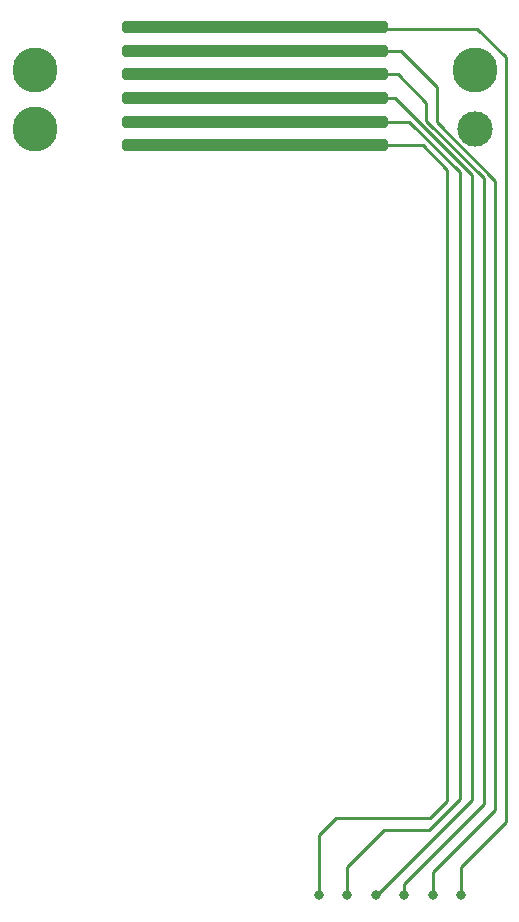
<source format=gtl>
G04 #@! TF.GenerationSoftware,KiCad,Pcbnew,7.0.7*
G04 #@! TF.CreationDate,2024-12-02T13:56:48+01:00*
G04 #@! TF.ProjectId,Finger_FSR_V1_length,46696e67-6572-45f4-9653-525f56315f6c,rev?*
G04 #@! TF.SameCoordinates,Original*
G04 #@! TF.FileFunction,Copper,L1,Top*
G04 #@! TF.FilePolarity,Positive*
%FSLAX46Y46*%
G04 Gerber Fmt 4.6, Leading zero omitted, Abs format (unit mm)*
G04 Created by KiCad (PCBNEW 7.0.7) date 2024-12-02 13:56:48*
%MOMM*%
%LPD*%
G01*
G04 APERTURE LIST*
G04 Aperture macros list*
%AMRoundRect*
0 Rectangle with rounded corners*
0 $1 Rounding radius*
0 $2 $3 $4 $5 $6 $7 $8 $9 X,Y pos of 4 corners*
0 Add a 4 corners polygon primitive as box body*
4,1,4,$2,$3,$4,$5,$6,$7,$8,$9,$2,$3,0*
0 Add four circle primitives for the rounded corners*
1,1,$1+$1,$2,$3*
1,1,$1+$1,$4,$5*
1,1,$1+$1,$6,$7*
1,1,$1+$1,$8,$9*
0 Add four rect primitives between the rounded corners*
20,1,$1+$1,$2,$3,$4,$5,0*
20,1,$1+$1,$4,$5,$6,$7,0*
20,1,$1+$1,$6,$7,$8,$9,0*
20,1,$1+$1,$8,$9,$2,$3,0*%
G04 Aperture macros list end*
G04 #@! TA.AperFunction,SMDPad,CuDef*
%ADD10RoundRect,0.250000X-11.000000X-0.250000X11.000000X-0.250000X11.000000X0.250000X-11.000000X0.250000X0*%
G04 #@! TD*
G04 #@! TA.AperFunction,ComponentPad*
%ADD11C,3.000000*%
G04 #@! TD*
G04 #@! TA.AperFunction,ComponentPad*
%ADD12C,3.800000*%
G04 #@! TD*
G04 #@! TA.AperFunction,ViaPad*
%ADD13C,0.800000*%
G04 #@! TD*
G04 #@! TA.AperFunction,Conductor*
%ADD14C,0.250000*%
G04 #@! TD*
G04 APERTURE END LIST*
D10*
X134800000Y-74000000D03*
X134800000Y-76000000D03*
X134800000Y-72000000D03*
D11*
X153450000Y-78650000D03*
D12*
X153450000Y-73650000D03*
D10*
X134800000Y-80000000D03*
D12*
X116150000Y-73650000D03*
D10*
X134800000Y-70000000D03*
X134800000Y-78000000D03*
D12*
X116150000Y-78650000D03*
D13*
X152246152Y-143500000D03*
X149838460Y-143500000D03*
X147430768Y-143500000D03*
X145023076Y-143500000D03*
X142615384Y-143500000D03*
X140207692Y-143500000D03*
D14*
X153630000Y-70130000D02*
X134930000Y-70130000D01*
X156025000Y-72525000D02*
X153630000Y-70130000D01*
X156025000Y-137285000D02*
X156025000Y-72525000D01*
X152246152Y-143500000D02*
X152246152Y-141063848D01*
X134930000Y-70130000D02*
X134800000Y-70000000D01*
X152246152Y-141063848D02*
X156025000Y-137285000D01*
X150190000Y-75030000D02*
X150190000Y-78060000D01*
X150190000Y-78060000D02*
X155120000Y-82990000D01*
X155120000Y-136240000D02*
X149838460Y-141521540D01*
X149838460Y-141521540D02*
X149838460Y-143500000D01*
X155120000Y-82990000D02*
X155120000Y-136240000D01*
X147160000Y-72000000D02*
X150190000Y-75030000D01*
X134800000Y-72000000D02*
X147160000Y-72000000D01*
X149310000Y-77960000D02*
X149310000Y-76430000D01*
X154160000Y-135780000D02*
X154160000Y-82810000D01*
X147430768Y-143500000D02*
X147430768Y-142509232D01*
X146880000Y-74000000D02*
X134800000Y-74000000D01*
X149310000Y-76430000D02*
X146880000Y-74000000D01*
X154160000Y-82810000D02*
X149310000Y-77960000D01*
X147430768Y-142509232D02*
X154160000Y-135780000D01*
X145110000Y-143500000D02*
X153160000Y-135450000D01*
X153160000Y-135450000D02*
X153160000Y-82550000D01*
X145023076Y-143500000D02*
X145110000Y-143500000D01*
X153160000Y-82550000D02*
X146610000Y-76000000D01*
X146610000Y-76000000D02*
X134800000Y-76000000D01*
X152130000Y-135380000D02*
X152130000Y-82270000D01*
X147860000Y-78000000D02*
X134800000Y-78000000D01*
X149530000Y-137980000D02*
X152130000Y-135380000D01*
X142615384Y-141074616D02*
X145710000Y-137980000D01*
X145710000Y-137980000D02*
X149530000Y-137980000D01*
X152130000Y-82270000D02*
X147860000Y-78000000D01*
X142615384Y-143500000D02*
X142615384Y-141074616D01*
X140207692Y-143500000D02*
X140207692Y-138422308D01*
X141640000Y-136990000D02*
X149580000Y-136990000D01*
X151080000Y-82053838D02*
X149026162Y-80000000D01*
X149580000Y-136990000D02*
X151080000Y-135490000D01*
X151080000Y-135490000D02*
X151080000Y-82053838D01*
X140207692Y-138422308D02*
X141640000Y-136990000D01*
X149026162Y-80000000D02*
X134800000Y-80000000D01*
M02*

</source>
